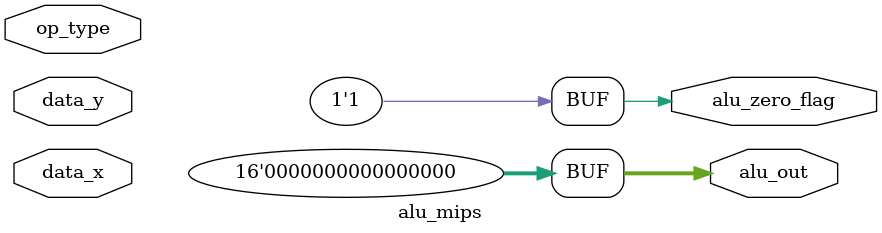
<source format=v>
`timescale 1ns / 1ps
module alu_mips(alu_zero_flag, alu_out, 
    data_x, data_y, op_type);
parameter word_size = 16;
parameter op_size = 6;//for 44 op_code
/*
parameter op_ADDIU = 1, op_ADDIU3 = 2, op_ADDSP3 = 3,
          op_ADDSP = 4, op_ADDU = 5, op_AND = 6, 
          op_B = 7, op_BEQZ = 8, op_BNEZ = 9, 
          op_BTEQZ = 10, op_BTNEZ = 11, op_CMP = 12, 
          op_CMPI = 13, op_INT = 14, op_JALR = 15, 
          op_JR = 16, op_JRRA = 17, op_LI = 18, 
          op_LW = 19, op_LW_SP = 20, op_MFIH = 21, 
			 op_MFPC = 22, op_MOVE = 23, op_MTIH = 24, 
			 op_MTSP = 25, op_NEG = 26, op_NOT = 27, 
			 op_NOP = 28, op_OR = 29, op_SLL = 30, 
			 op_SLLV = 31, op_SLT = 32, op_SLTI = 33, 
			 op_SLTU = 34, op_SLTUI = 35, op_SRA = 36, 
			 op_SRAV = 37, op_SRL = 38, op_SRLV = 39, 
			 op_SUBU = 40, op_SW = 41, op_SW_RS = 42, 
			 op_SW_SP = 43, op_XOR = 44;// error
*/
// recode can simple it
output alu_zero_flag;
output reg [word_size-1:0] alu_out;
input [word_size-1:0] data_x;
input [word_size-1:0] data_y;
input [op_size-1:0] op_type;

assign alu_zero_flag = ~|alu_out;

always @(op_type or data_x or data_y)
begin
   case(op_type)
	
	default: alu_out = 0;
	
	endcase
end

endmodule

</source>
